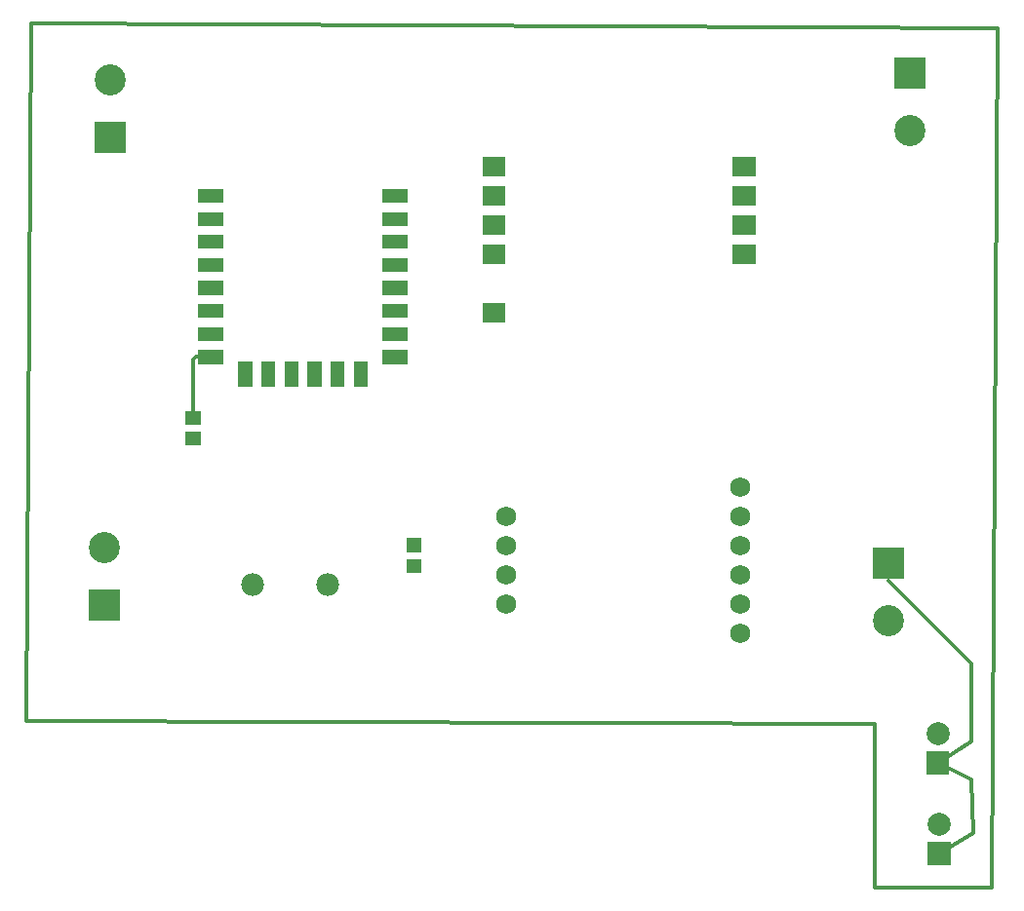
<source format=gts>
G04 Layer: TopSolderMaskLayer*
G04 EasyEDA v6.4.3, 2020-08-09T00:17:02+05:30*
G04 6b3d8b3936fd40358e4656ce58cb2351,cf4aa5727a6a49518b7f5d996050d5f8,10*
G04 Gerber Generator version 0.2*
G04 Scale: 100 percent, Rotated: No, Reflected: No *
G04 Dimensions in millimeters *
G04 leading zeros omitted , absolute positions ,3 integer and 3 decimal *
%FSLAX33Y33*%
%MOMM*%
G90*
G71D02*

%ADD11C,0.355600*%
%ADD27C,0.361594*%
%ADD28C,1.981200*%
%ADD30C,1.727200*%
%ADD34C,2.703195*%
%ADD36C,2.003196*%

%LPD*%
G54D11*
G01X889Y75057D02*
G01X84836Y74676D01*
G01X84328Y0D01*
G01X75819Y0D01*
G01X74168Y0D01*
G01X74168Y0D01*
G01X889Y75057D02*
G01X84836Y74676D01*
G01X84328Y0D01*
G01X75819Y0D01*
G01X74168Y0D01*
G01X74168Y6858D01*
G01X74168Y14224D01*
G01X508Y14478D01*
G01X889Y75057D01*
G01X889Y75057D02*
G01X84836Y74676D01*
G01X84328Y0D01*
G01X75819Y0D01*
G01X74168Y0D01*
G01X74168Y6858D01*
G01X74168Y14224D01*
G01X508Y14478D01*
G01X889Y75057D01*
G01X508Y14478D02*
G01X889Y75057D01*
G01X508Y14478D02*
G01X889Y75057D01*
G01X508Y14478D02*
G01X889Y75057D01*
G01X508Y14478D02*
G01X889Y75057D01*
G01X508Y14478D02*
G01X889Y75057D01*
G01X508Y14478D02*
G01X889Y75057D01*
G01X508Y14478D02*
G01X889Y75057D01*
G01X889Y75057D02*
G01X84836Y74676D01*
G01X84328Y0D01*
G01X77743Y0D01*
G01X75819Y0D01*
G01X74168Y0D01*
G01X889Y75057D02*
G01X84836Y74676D01*
G01X84328Y0D01*
G01X75819Y0D01*
G01X74168Y0D01*
G01X889Y75057D02*
G01X84836Y74676D01*
G01X84328Y0D01*
G01X75819Y0D01*
G01X74168Y0D01*
G54D27*
G01X14986Y40777D02*
G01X14986Y45841D01*
G01X15217Y46075D01*
G01X16510Y46075D02*
G01X15217Y46075D01*
G54D11*
G01X79629Y10795D02*
G01X82550Y9398D01*
G01X82677Y4699D01*
G01X79756Y2921D01*
G54D27*
G01X75311Y26652D02*
G01X82534Y19464D01*
G01X82550Y15367D01*
G01X82550Y12700D01*
G01X82550Y12700D02*
G01X79629Y10795D01*
G54D28*
G01X20116Y26289D03*
G01X26619Y26289D03*
G36*
G01X40083Y49060D02*
G01X40083Y50761D01*
G01X42085Y50761D01*
G01X42085Y49060D01*
G01X40083Y49060D01*
G37*
G36*
G01X40083Y54140D02*
G01X40083Y55841D01*
G01X42085Y55841D01*
G01X42085Y54140D01*
G01X40083Y54140D01*
G37*
G36*
G01X40083Y56680D02*
G01X40083Y58381D01*
G01X42085Y58381D01*
G01X42085Y56680D01*
G01X40083Y56680D01*
G37*
G36*
G01X40083Y59220D02*
G01X40083Y60921D01*
G01X42085Y60921D01*
G01X42085Y59220D01*
G01X40083Y59220D01*
G37*
G36*
G01X40083Y61760D02*
G01X40083Y63461D01*
G01X42085Y63461D01*
G01X42085Y61760D01*
G01X40083Y61760D01*
G37*
G36*
G01X61800Y54140D02*
G01X61800Y55841D01*
G01X63802Y55841D01*
G01X63802Y54140D01*
G01X61800Y54140D01*
G37*
G36*
G01X61800Y56680D02*
G01X61800Y58381D01*
G01X63802Y58381D01*
G01X63802Y56680D01*
G01X61800Y56680D01*
G37*
G36*
G01X61800Y59220D02*
G01X61800Y60921D01*
G01X63802Y60921D01*
G01X63802Y59220D01*
G01X61800Y59220D01*
G37*
G36*
G01X61800Y61760D02*
G01X61800Y63461D01*
G01X63802Y63461D01*
G01X63802Y61760D01*
G01X61800Y61760D01*
G37*
G54D30*
G01X62484Y22098D03*
G01X62484Y24638D03*
G01X62484Y27178D03*
G01X62484Y29718D03*
G01X62484Y32258D03*
G01X62484Y34798D03*
G01X42164Y32258D03*
G01X42164Y29718D03*
G01X42164Y27178D03*
G01X42164Y24638D03*
G36*
G01X31409Y59474D02*
G01X31409Y60675D01*
G01X33614Y60675D01*
G01X33614Y59474D01*
G01X31409Y59474D01*
G37*
G36*
G01X31409Y57472D02*
G01X31409Y58676D01*
G01X33614Y58676D01*
G01X33614Y57472D01*
G01X31409Y57472D01*
G37*
G36*
G01X31409Y55473D02*
G01X31409Y56675D01*
G01X33614Y56675D01*
G01X33614Y55473D01*
G01X31409Y55473D01*
G37*
G36*
G01X31409Y53472D02*
G01X31409Y54676D01*
G01X33611Y54676D01*
G01X33611Y53472D01*
G01X31409Y53472D01*
G37*
G36*
G01X31409Y51473D02*
G01X31409Y52677D01*
G01X33614Y52677D01*
G01X33614Y51473D01*
G01X31409Y51473D01*
G37*
G36*
G01X31409Y49474D02*
G01X31409Y50675D01*
G01X33614Y50675D01*
G01X33614Y49474D01*
G01X31409Y49474D01*
G37*
G36*
G01X31409Y47472D02*
G01X31409Y48676D01*
G01X33611Y48676D01*
G01X33611Y47472D01*
G01X31409Y47472D01*
G37*
G36*
G01X31407Y45473D02*
G01X31407Y46675D01*
G01X33611Y46675D01*
G01X33611Y45473D01*
G01X31407Y45473D01*
G37*
G36*
G01X28905Y43472D02*
G01X28905Y45674D01*
G01X30109Y45674D01*
G01X30109Y43472D01*
G01X28905Y43472D01*
G37*
G36*
G01X26906Y43472D02*
G01X26906Y45676D01*
G01X28110Y45676D01*
G01X28110Y43472D01*
G01X26906Y43472D01*
G37*
G36*
G01X24907Y43472D02*
G01X24907Y45676D01*
G01X26111Y45676D01*
G01X26111Y43472D01*
G01X24907Y43472D01*
G37*
G36*
G01X22905Y43472D02*
G01X22905Y45676D01*
G01X24109Y45676D01*
G01X24109Y43472D01*
G01X22905Y43472D01*
G37*
G36*
G01X20906Y43474D02*
G01X20906Y45676D01*
G01X22110Y45676D01*
G01X22110Y43474D01*
G01X20906Y43474D01*
G37*
G36*
G01X18910Y43472D02*
G01X18910Y45674D01*
G01X20111Y45674D01*
G01X20111Y43472D01*
G01X18910Y43472D01*
G37*
G36*
G01X15407Y45473D02*
G01X15407Y46675D01*
G01X17612Y46675D01*
G01X17612Y45473D01*
G01X15407Y45473D01*
G37*
G36*
G01X15407Y47472D02*
G01X15407Y48676D01*
G01X17612Y48676D01*
G01X17612Y47472D01*
G01X15407Y47472D01*
G37*
G36*
G01X15407Y49474D02*
G01X15407Y50675D01*
G01X17612Y50675D01*
G01X17612Y49474D01*
G01X15407Y49474D01*
G37*
G36*
G01X15407Y51473D02*
G01X15407Y52677D01*
G01X17612Y52677D01*
G01X17612Y51473D01*
G01X15407Y51473D01*
G37*
G36*
G01X15407Y53472D02*
G01X15407Y54676D01*
G01X17612Y54676D01*
G01X17612Y53472D01*
G01X15407Y53472D01*
G37*
G36*
G01X15407Y55473D02*
G01X15407Y56675D01*
G01X17612Y56675D01*
G01X17612Y55473D01*
G01X15407Y55473D01*
G37*
G36*
G01X15407Y57472D02*
G01X15407Y58676D01*
G01X17612Y58676D01*
G01X17612Y57472D01*
G01X15407Y57472D01*
G37*
G36*
G01X15407Y59474D02*
G01X15407Y60675D01*
G01X17612Y60675D01*
G01X17612Y59474D01*
G01X15407Y59474D01*
G37*
G36*
G01X5887Y23159D02*
G01X5887Y25862D01*
G01X8590Y25862D01*
G01X8590Y23159D01*
G01X5887Y23159D01*
G37*
G54D34*
G01X7239Y29510D03*
G36*
G01X73959Y26842D02*
G01X73959Y29545D01*
G01X76662Y29545D01*
G01X76662Y26842D01*
G01X73959Y26842D01*
G37*
G01X75311Y23194D03*
G36*
G01X6395Y63799D02*
G01X6395Y66502D01*
G01X9098Y66502D01*
G01X9098Y63799D01*
G01X6395Y63799D01*
G37*
G01X7747Y70150D03*
G36*
G01X75864Y69387D02*
G01X75864Y72090D01*
G01X78567Y72090D01*
G01X78567Y69387D01*
G01X75864Y69387D01*
G37*
G01X77216Y65739D03*
G36*
G01X14333Y38376D02*
G01X14333Y39580D01*
G01X15638Y39580D01*
G01X15638Y38376D01*
G01X14333Y38376D01*
G37*
G36*
G01X14333Y40177D02*
G01X14333Y41379D01*
G01X15638Y41379D01*
G01X15638Y40177D01*
G01X14333Y40177D01*
G37*
G36*
G01X33510Y27327D02*
G01X33510Y28531D01*
G01X34815Y28531D01*
G01X34815Y27327D01*
G01X33510Y27327D01*
G37*
G36*
G01X33510Y29128D02*
G01X33510Y30330D01*
G01X34815Y30330D01*
G01X34815Y29128D01*
G01X33510Y29128D01*
G37*
G54D36*
G01X79756Y5461D03*
G36*
G01X78755Y1920D02*
G01X78755Y3921D01*
G01X80756Y3921D01*
G01X80756Y1920D01*
G01X78755Y1920D01*
G37*
G01X79629Y13335D03*
G36*
G01X78628Y9794D02*
G01X78628Y11795D01*
G01X80629Y11795D01*
G01X80629Y9794D01*
G01X78628Y9794D01*
G37*
M00*
M02*

</source>
